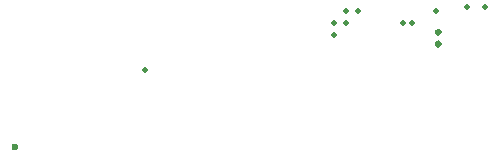
<source format=gbr>
%TF.GenerationSoftware,KiCad,Pcbnew,8.99.0-unknown-0a89236f19~177~ubuntu22.04.1*%
%TF.CreationDate,2024-04-02T18:15:29+10:00*%
%TF.ProjectId,MXBreakout,4d584272-6561-46b6-9f75-742e6b696361,rev?*%
%TF.SameCoordinates,Original*%
%TF.FileFunction,Soldermask,Bot*%
%TF.FilePolarity,Negative*%
%FSLAX46Y46*%
G04 Gerber Fmt 4.6, Leading zero omitted, Abs format (unit mm)*
G04 Created by KiCad (PCBNEW 8.99.0-unknown-0a89236f19~177~ubuntu22.04.1) date 2024-04-02 18:15:29*
%MOMM*%
%LPD*%
G01*
G04 APERTURE LIST*
%ADD10C,0.325000*%
%ADD11C,0.500000*%
%ADD12C,0.600000*%
G04 APERTURE END LIST*
D10*
X81962500Y-54800000D02*
G75*
G02*
X81637500Y-54800000I-162500J0D01*
G01*
X81637500Y-54800000D02*
G75*
G02*
X81962500Y-54800000I162500J0D01*
G01*
X81962500Y-55800000D02*
G75*
G02*
X81637500Y-55800000I-162500J0D01*
G01*
X81637500Y-55800000D02*
G75*
G02*
X81962500Y-55800000I162500J0D01*
G01*
D11*
%TO.C,TP3*%
X57000000Y-58000000D03*
%TD*%
%TO.C,TP3*%
X84250000Y-52625000D03*
%TD*%
%TO.C,TP3*%
X85750000Y-52625000D03*
%TD*%
%TO.C,TP7*%
X74000000Y-53000000D03*
%TD*%
%TO.C,TP5*%
X73000000Y-55000000D03*
%TD*%
%TO.C,TP12*%
X81600000Y-53000000D03*
%TD*%
D12*
%TO.C,REF\u002A\u002A*%
X46000000Y-64500000D03*
%TD*%
D11*
%TO.C,TP3*%
X79600000Y-54000000D03*
%TD*%
%TO.C,TP2*%
X74000000Y-54000000D03*
%TD*%
%TO.C,TP10*%
X75000000Y-53000000D03*
%TD*%
%TO.C,TP4*%
X78800000Y-54000000D03*
%TD*%
%TO.C,TP14*%
X73000000Y-54000000D03*
%TD*%
M02*

</source>
